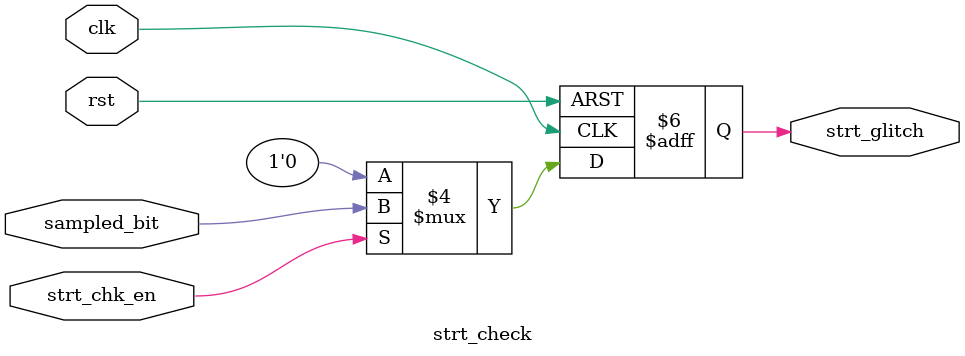
<source format=v>

module strt_check (
    input        wire             sampled_bit ,  // Sampled input bit
    input        wire             strt_chk_en ,  // Enable start bit check
    input        wire             clk         ,  // System clock
    input        wire             rst         ,  // Asynchronous active-low reset
    output       reg              strt_glitch    // Start bit glitch flag
);

    //==================================================================
    // Start Bit Check Logic
    //==================================================================
    always @(posedge clk or negedge rst) begin
        if (!rst) 
            strt_glitch <= 0;
        else begin
            if (strt_chk_en)
                strt_glitch <= sampled_bit;  // Capture glitch if line is high
            else 
                strt_glitch <= 0;
        end
    end

endmodule

</source>
